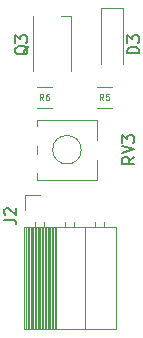
<source format=gbr>
G04 #@! TF.GenerationSoftware,KiCad,Pcbnew,(5.0.1)-4*
G04 #@! TF.CreationDate,2021-03-18T15:14:49+02:00*
G04 #@! TF.ProjectId,IR_arena_edge_sensor,49525F6172656E615F656467655F7365,rev?*
G04 #@! TF.SameCoordinates,Original*
G04 #@! TF.FileFunction,Legend,Top*
G04 #@! TF.FilePolarity,Positive*
%FSLAX46Y46*%
G04 Gerber Fmt 4.6, Leading zero omitted, Abs format (unit mm)*
G04 Created by KiCad (PCBNEW (5.0.1)-4) date 2021.03.18. 15:14:49*
%MOMM*%
%LPD*%
G01*
G04 APERTURE LIST*
%ADD10C,0.120000*%
%ADD11C,0.150000*%
%ADD12C,0.075000*%
G04 APERTURE END LIST*
D10*
G04 #@! TO.C,RV3*
X194965000Y-83395000D02*
G75*
G03X194965000Y-83395000I-1210000J0D01*
G01*
X191195000Y-81415000D02*
X191195000Y-80835000D01*
X191195000Y-83715000D02*
X191195000Y-83075000D01*
X191195000Y-85955000D02*
X191195000Y-85375000D01*
X196315000Y-82565000D02*
X196315000Y-80835000D01*
X196315000Y-85955000D02*
X196315000Y-84225000D01*
X196315000Y-80835000D02*
X191195000Y-80835000D01*
X196315000Y-85955000D02*
X191195000Y-85955000D01*
G04 #@! TO.C,R5*
X196330000Y-78070000D02*
X197530000Y-78070000D01*
X197530000Y-79830000D02*
X196330000Y-79830000D01*
G04 #@! TO.C,J2*
X190130000Y-89960000D02*
X192730000Y-89960000D01*
X192730000Y-89960000D02*
X192730000Y-98590000D01*
X192730000Y-98590000D02*
X190130000Y-98590000D01*
X190130000Y-98590000D02*
X190130000Y-89960000D01*
X191080000Y-89530000D02*
X191080000Y-89960000D01*
X191840000Y-89530000D02*
X191840000Y-89960000D01*
X190310000Y-89960000D02*
X190310000Y-98590000D01*
X190430000Y-89960000D02*
X190430000Y-98590000D01*
X190550000Y-89960000D02*
X190550000Y-98590000D01*
X190670000Y-89960000D02*
X190670000Y-98590000D01*
X190790000Y-89960000D02*
X190790000Y-98590000D01*
X190910000Y-89960000D02*
X190910000Y-98590000D01*
X191030000Y-89960000D02*
X191030000Y-98590000D01*
X191150000Y-89960000D02*
X191150000Y-98590000D01*
X191270000Y-89960000D02*
X191270000Y-98590000D01*
X191390000Y-89960000D02*
X191390000Y-98590000D01*
X191510000Y-89960000D02*
X191510000Y-98590000D01*
X191630000Y-89960000D02*
X191630000Y-98590000D01*
X191750000Y-89960000D02*
X191750000Y-98590000D01*
X191870000Y-89960000D02*
X191870000Y-98590000D01*
X191990000Y-89960000D02*
X191990000Y-98590000D01*
X192110000Y-89960000D02*
X192110000Y-98590000D01*
X192230000Y-89960000D02*
X192230000Y-98590000D01*
X192350000Y-89960000D02*
X192350000Y-98590000D01*
X192470000Y-89960000D02*
X192470000Y-98590000D01*
X192590000Y-89960000D02*
X192590000Y-98590000D01*
X192710000Y-89960000D02*
X192710000Y-98590000D01*
X192830000Y-89960000D02*
X192830000Y-98590000D01*
X192730000Y-89960000D02*
X195270000Y-89960000D01*
X195270000Y-89960000D02*
X195270000Y-98590000D01*
X195270000Y-98590000D02*
X192730000Y-98590000D01*
X192730000Y-98590000D02*
X192730000Y-89960000D01*
X193620000Y-89530000D02*
X193620000Y-89960000D01*
X194380000Y-89530000D02*
X194380000Y-89960000D01*
X195270000Y-89960000D02*
X197870000Y-89960000D01*
X197870000Y-89960000D02*
X197870000Y-98590000D01*
X197870000Y-98590000D02*
X195270000Y-98590000D01*
X195270000Y-98590000D02*
X195270000Y-89960000D01*
X196160000Y-89530000D02*
X196160000Y-89960000D01*
X196920000Y-89530000D02*
X196920000Y-89960000D01*
X190190000Y-88500000D02*
X190190000Y-87230000D01*
X190190000Y-87230000D02*
X191460000Y-87230000D01*
G04 #@! TO.C,R6*
X192450000Y-79830000D02*
X191250000Y-79830000D01*
X191250000Y-78070000D02*
X192450000Y-78070000D01*
G04 #@! TO.C,Q3*
X190885000Y-76755000D02*
X190885000Y-72105000D01*
X194085000Y-76755000D02*
X194085000Y-72105000D01*
X194085000Y-72105000D02*
X193285000Y-72105000D01*
G04 #@! TO.C,D3*
X198515000Y-71405000D02*
X196615000Y-71405000D01*
X196615000Y-71405000D02*
X196615000Y-76105000D01*
X198515000Y-71405000D02*
X198515000Y-76105000D01*
G04 #@! TO.C,RV3*
D11*
X199452380Y-83990238D02*
X198976190Y-84323571D01*
X199452380Y-84561666D02*
X198452380Y-84561666D01*
X198452380Y-84180714D01*
X198500000Y-84085476D01*
X198547619Y-84037857D01*
X198642857Y-83990238D01*
X198785714Y-83990238D01*
X198880952Y-84037857D01*
X198928571Y-84085476D01*
X198976190Y-84180714D01*
X198976190Y-84561666D01*
X198452380Y-83704523D02*
X199452380Y-83371190D01*
X198452380Y-83037857D01*
X198452380Y-82799761D02*
X198452380Y-82180714D01*
X198833333Y-82514047D01*
X198833333Y-82371190D01*
X198880952Y-82275952D01*
X198928571Y-82228333D01*
X199023809Y-82180714D01*
X199261904Y-82180714D01*
X199357142Y-82228333D01*
X199404761Y-82275952D01*
X199452380Y-82371190D01*
X199452380Y-82656904D01*
X199404761Y-82752142D01*
X199357142Y-82799761D01*
G04 #@! TO.C,R5*
D12*
X196846666Y-79176190D02*
X196680000Y-78938095D01*
X196560952Y-79176190D02*
X196560952Y-78676190D01*
X196751428Y-78676190D01*
X196799047Y-78700000D01*
X196822857Y-78723809D01*
X196846666Y-78771428D01*
X196846666Y-78842857D01*
X196822857Y-78890476D01*
X196799047Y-78914285D01*
X196751428Y-78938095D01*
X196560952Y-78938095D01*
X197299047Y-78676190D02*
X197060952Y-78676190D01*
X197037142Y-78914285D01*
X197060952Y-78890476D01*
X197108571Y-78866666D01*
X197227619Y-78866666D01*
X197275238Y-78890476D01*
X197299047Y-78914285D01*
X197322857Y-78961904D01*
X197322857Y-79080952D01*
X197299047Y-79128571D01*
X197275238Y-79152380D01*
X197227619Y-79176190D01*
X197108571Y-79176190D01*
X197060952Y-79152380D01*
X197037142Y-79128571D01*
G04 #@! TO.C,J2*
D11*
X188452380Y-89333333D02*
X189166666Y-89333333D01*
X189309523Y-89380952D01*
X189404761Y-89476190D01*
X189452380Y-89619047D01*
X189452380Y-89714285D01*
X188547619Y-88904761D02*
X188500000Y-88857142D01*
X188452380Y-88761904D01*
X188452380Y-88523809D01*
X188500000Y-88428571D01*
X188547619Y-88380952D01*
X188642857Y-88333333D01*
X188738095Y-88333333D01*
X188880952Y-88380952D01*
X189452380Y-88952380D01*
X189452380Y-88333333D01*
G04 #@! TO.C,R6*
D12*
X191766666Y-79176190D02*
X191600000Y-78938095D01*
X191480952Y-79176190D02*
X191480952Y-78676190D01*
X191671428Y-78676190D01*
X191719047Y-78700000D01*
X191742857Y-78723809D01*
X191766666Y-78771428D01*
X191766666Y-78842857D01*
X191742857Y-78890476D01*
X191719047Y-78914285D01*
X191671428Y-78938095D01*
X191480952Y-78938095D01*
X192195238Y-78676190D02*
X192100000Y-78676190D01*
X192052380Y-78700000D01*
X192028571Y-78723809D01*
X191980952Y-78795238D01*
X191957142Y-78890476D01*
X191957142Y-79080952D01*
X191980952Y-79128571D01*
X192004761Y-79152380D01*
X192052380Y-79176190D01*
X192147619Y-79176190D01*
X192195238Y-79152380D01*
X192219047Y-79128571D01*
X192242857Y-79080952D01*
X192242857Y-78961904D01*
X192219047Y-78914285D01*
X192195238Y-78890476D01*
X192147619Y-78866666D01*
X192052380Y-78866666D01*
X192004761Y-78890476D01*
X191980952Y-78914285D01*
X191957142Y-78961904D01*
G04 #@! TO.C,Q3*
D11*
X190492619Y-74600238D02*
X190445000Y-74695476D01*
X190349761Y-74790714D01*
X190206904Y-74933571D01*
X190159285Y-75028809D01*
X190159285Y-75124047D01*
X190397380Y-75076428D02*
X190349761Y-75171666D01*
X190254523Y-75266904D01*
X190064047Y-75314523D01*
X189730714Y-75314523D01*
X189540238Y-75266904D01*
X189445000Y-75171666D01*
X189397380Y-75076428D01*
X189397380Y-74885952D01*
X189445000Y-74790714D01*
X189540238Y-74695476D01*
X189730714Y-74647857D01*
X190064047Y-74647857D01*
X190254523Y-74695476D01*
X190349761Y-74790714D01*
X190397380Y-74885952D01*
X190397380Y-75076428D01*
X189397380Y-74314523D02*
X189397380Y-73695476D01*
X189778333Y-74028809D01*
X189778333Y-73885952D01*
X189825952Y-73790714D01*
X189873571Y-73743095D01*
X189968809Y-73695476D01*
X190206904Y-73695476D01*
X190302142Y-73743095D01*
X190349761Y-73790714D01*
X190397380Y-73885952D01*
X190397380Y-74171666D01*
X190349761Y-74266904D01*
X190302142Y-74314523D01*
G04 #@! TO.C,D3*
X199867380Y-75243095D02*
X198867380Y-75243095D01*
X198867380Y-75005000D01*
X198915000Y-74862142D01*
X199010238Y-74766904D01*
X199105476Y-74719285D01*
X199295952Y-74671666D01*
X199438809Y-74671666D01*
X199629285Y-74719285D01*
X199724523Y-74766904D01*
X199819761Y-74862142D01*
X199867380Y-75005000D01*
X199867380Y-75243095D01*
X198867380Y-74338333D02*
X198867380Y-73719285D01*
X199248333Y-74052619D01*
X199248333Y-73909761D01*
X199295952Y-73814523D01*
X199343571Y-73766904D01*
X199438809Y-73719285D01*
X199676904Y-73719285D01*
X199772142Y-73766904D01*
X199819761Y-73814523D01*
X199867380Y-73909761D01*
X199867380Y-74195476D01*
X199819761Y-74290714D01*
X199772142Y-74338333D01*
G04 #@! TD*
M02*

</source>
